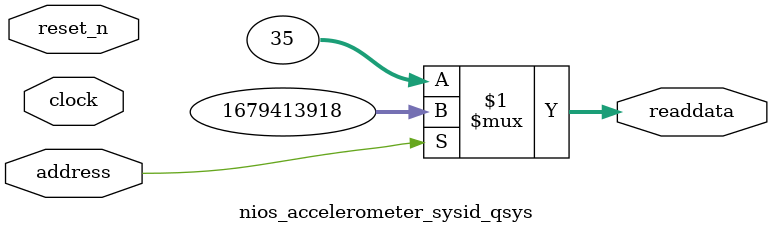
<source format=v>



// synthesis translate_off
`timescale 1ns / 1ps
// synthesis translate_on

// turn off superfluous verilog processor warnings 
// altera message_level Level1 
// altera message_off 10034 10035 10036 10037 10230 10240 10030 

module nios_accelerometer_sysid_qsys (
               // inputs:
                address,
                clock,
                reset_n,

               // outputs:
                readdata
             )
;

  output  [ 31: 0] readdata;
  input            address;
  input            clock;
  input            reset_n;

  wire    [ 31: 0] readdata;
  //control_slave, which is an e_avalon_slave
  assign readdata = address ? 1679413918 : 35;

endmodule



</source>
